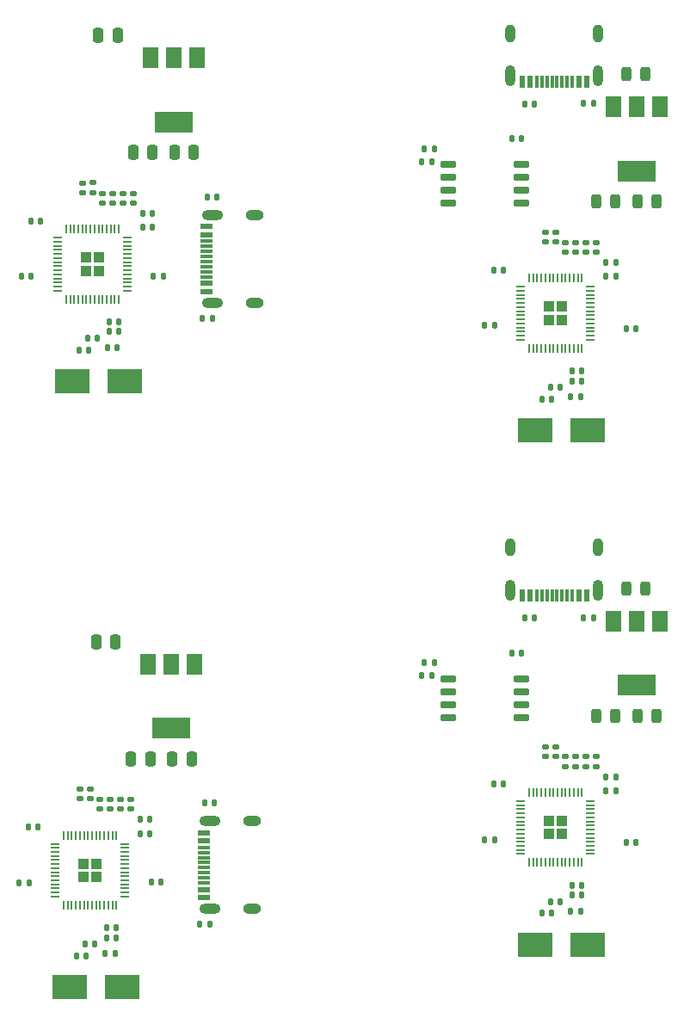
<source format=gtp>
G04 #@! TF.GenerationSoftware,KiCad,Pcbnew,7.0.5*
G04 #@! TF.CreationDate,2023-09-30T22:10:43+03:00*
G04 #@! TF.ProjectId,RP2040_minimal - Copy,52503230-3430-45f6-9d69-6e696d616c20,REV1*
G04 #@! TF.SameCoordinates,Original*
G04 #@! TF.FileFunction,Paste,Top*
G04 #@! TF.FilePolarity,Positive*
%FSLAX46Y46*%
G04 Gerber Fmt 4.6, Leading zero omitted, Abs format (unit mm)*
G04 Created by KiCad (PCBNEW 7.0.5) date 2023-09-30 22:10:43*
%MOMM*%
%LPD*%
G01*
G04 APERTURE LIST*
G04 Aperture macros list*
%AMRoundRect*
0 Rectangle with rounded corners*
0 $1 Rounding radius*
0 $2 $3 $4 $5 $6 $7 $8 $9 X,Y pos of 4 corners*
0 Add a 4 corners polygon primitive as box body*
4,1,4,$2,$3,$4,$5,$6,$7,$8,$9,$2,$3,0*
0 Add four circle primitives for the rounded corners*
1,1,$1+$1,$2,$3*
1,1,$1+$1,$4,$5*
1,1,$1+$1,$6,$7*
1,1,$1+$1,$8,$9*
0 Add four rect primitives between the rounded corners*
20,1,$1+$1,$2,$3,$4,$5,0*
20,1,$1+$1,$4,$5,$6,$7,0*
20,1,$1+$1,$6,$7,$8,$9,0*
20,1,$1+$1,$8,$9,$2,$3,0*%
G04 Aperture macros list end*
%ADD10RoundRect,0.140000X0.170000X-0.140000X0.170000X0.140000X-0.170000X0.140000X-0.170000X-0.140000X0*%
%ADD11RoundRect,0.140000X0.140000X0.170000X-0.140000X0.170000X-0.140000X-0.170000X0.140000X-0.170000X0*%
%ADD12RoundRect,0.250000X-0.250000X-0.475000X0.250000X-0.475000X0.250000X0.475000X-0.250000X0.475000X0*%
%ADD13RoundRect,0.250000X0.250000X0.475000X-0.250000X0.475000X-0.250000X-0.475000X0.250000X-0.475000X0*%
%ADD14RoundRect,0.243750X-0.243750X-0.456250X0.243750X-0.456250X0.243750X0.456250X-0.243750X0.456250X0*%
%ADD15RoundRect,0.147500X0.172500X-0.147500X0.172500X0.147500X-0.172500X0.147500X-0.172500X-0.147500X0*%
%ADD16RoundRect,0.147500X-0.147500X-0.172500X0.147500X-0.172500X0.147500X0.172500X-0.147500X0.172500X0*%
%ADD17R,3.500000X2.400000*%
%ADD18RoundRect,0.140000X-0.140000X-0.170000X0.140000X-0.170000X0.140000X0.170000X-0.140000X0.170000X0*%
%ADD19RoundRect,0.243750X0.243750X0.456250X-0.243750X0.456250X-0.243750X-0.456250X0.243750X-0.456250X0*%
%ADD20RoundRect,0.147500X0.147500X0.172500X-0.147500X0.172500X-0.147500X-0.172500X0.147500X-0.172500X0*%
%ADD21RoundRect,0.050000X-0.050000X-0.387500X0.050000X-0.387500X0.050000X0.387500X-0.050000X0.387500X0*%
%ADD22RoundRect,0.050000X-0.387500X-0.050000X0.387500X-0.050000X0.387500X0.050000X-0.387500X0.050000X0*%
%ADD23RoundRect,0.250000X-0.292217X-0.292217X0.292217X-0.292217X0.292217X0.292217X-0.292217X0.292217X0*%
%ADD24R,1.500000X2.000000*%
%ADD25R,3.800000X2.000000*%
%ADD26RoundRect,0.140000X-0.170000X0.140000X-0.170000X-0.140000X0.170000X-0.140000X0.170000X0.140000X0*%
%ADD27RoundRect,0.150000X-0.650000X-0.150000X0.650000X-0.150000X0.650000X0.150000X-0.650000X0.150000X0*%
%ADD28R,0.600000X1.150000*%
%ADD29R,0.300000X1.150000*%
%ADD30O,1.000000X2.100000*%
%ADD31O,1.000000X1.800000*%
%ADD32RoundRect,0.147500X-0.172500X0.147500X-0.172500X-0.147500X0.172500X-0.147500X0.172500X0.147500X0*%
%ADD33R,1.150000X0.600000*%
%ADD34R,1.150000X0.300000*%
%ADD35O,2.100000X1.000000*%
%ADD36O,1.800000X1.000000*%
G04 APERTURE END LIST*
D10*
X131683343Y-38701000D03*
X131683343Y-37741000D03*
D11*
X176983408Y-79497806D03*
X176023408Y-79497806D03*
D12*
X137424821Y-93353518D03*
X135524821Y-93353518D03*
D13*
X130175151Y-22221558D03*
X128275151Y-22221558D03*
D14*
X180242158Y-76637806D03*
X182117158Y-76637806D03*
D15*
X172242158Y-42528903D03*
X172242158Y-41558903D03*
D16*
X174877158Y-106787806D03*
X175847158Y-106787806D03*
D17*
X130624821Y-115863518D03*
X125424821Y-115863518D03*
D16*
X160097408Y-34598903D03*
X161067408Y-34598903D03*
D13*
X128031629Y-81849076D03*
X129931629Y-81849076D03*
D15*
X176242158Y-94137806D03*
X176242158Y-93167806D03*
D10*
X173242158Y-93132806D03*
X173242158Y-92172806D03*
D11*
X121361071Y-100063518D03*
X122321071Y-100063518D03*
D18*
X130034821Y-109973518D03*
X129074821Y-109973518D03*
X170212158Y-28928903D03*
X171172158Y-28928903D03*
D15*
X177242158Y-94137806D03*
X177242158Y-93167806D03*
X176242158Y-43528903D03*
X176242158Y-42558903D03*
D10*
X130439821Y-97368518D03*
X130439821Y-98328518D03*
D18*
X127178343Y-51996000D03*
X128138343Y-51996000D03*
D12*
X135768343Y-33726000D03*
X137668343Y-33726000D03*
D17*
X125668343Y-56236000D03*
X130868343Y-56236000D03*
D18*
X129178343Y-52906000D03*
X130138343Y-52906000D03*
D16*
X174727158Y-108347806D03*
X175697158Y-108347806D03*
D19*
X179154658Y-38553903D03*
X177279658Y-38553903D03*
D16*
X174887158Y-55188903D03*
X175857158Y-55188903D03*
D18*
X129894821Y-112533518D03*
X128934821Y-112533518D03*
D14*
X181329658Y-38528903D03*
X183204658Y-38528903D03*
D20*
X167242158Y-50728903D03*
X166272158Y-50728903D03*
D21*
X124839821Y-100891018D03*
X125239821Y-100891018D03*
X125639821Y-100891018D03*
X126039821Y-100891018D03*
X126439821Y-100891018D03*
X126839821Y-100891018D03*
X127239821Y-100891018D03*
X127639821Y-100891018D03*
X128039821Y-100891018D03*
X128439821Y-100891018D03*
X128839821Y-100891018D03*
X129239821Y-100891018D03*
X129639821Y-100891018D03*
X130039821Y-100891018D03*
D22*
X130877321Y-101728518D03*
X130877321Y-102128518D03*
X130877321Y-102528518D03*
X130877321Y-102928518D03*
X130877321Y-103328518D03*
X130877321Y-103728518D03*
X130877321Y-104128518D03*
X130877321Y-104528518D03*
X130877321Y-104928518D03*
X130877321Y-105328518D03*
X130877321Y-105728518D03*
X130877321Y-106128518D03*
X130877321Y-106528518D03*
X130877321Y-106928518D03*
D21*
X130039821Y-107766018D03*
X129639821Y-107766018D03*
X129239821Y-107766018D03*
X128839821Y-107766018D03*
X128439821Y-107766018D03*
X128039821Y-107766018D03*
X127639821Y-107766018D03*
X127239821Y-107766018D03*
X126839821Y-107766018D03*
X126439821Y-107766018D03*
X126039821Y-107766018D03*
X125639821Y-107766018D03*
X125239821Y-107766018D03*
X124839821Y-107766018D03*
D22*
X124002321Y-106928518D03*
X124002321Y-106528518D03*
X124002321Y-106128518D03*
X124002321Y-105728518D03*
X124002321Y-105328518D03*
X124002321Y-104928518D03*
X124002321Y-104528518D03*
X124002321Y-104128518D03*
X124002321Y-103728518D03*
X124002321Y-103328518D03*
X124002321Y-102928518D03*
X124002321Y-102528518D03*
X124002321Y-102128518D03*
X124002321Y-101728518D03*
D23*
X128077321Y-104966018D03*
X128077321Y-103691018D03*
X126802321Y-104966018D03*
X126802321Y-103691018D03*
D16*
X174877158Y-56178903D03*
X175847158Y-56178903D03*
D17*
X171227158Y-111667806D03*
X176427158Y-111667806D03*
D18*
X133354821Y-99333518D03*
X132394821Y-99333518D03*
D16*
X171917158Y-108567806D03*
X172887158Y-108567806D03*
D10*
X127454821Y-96318518D03*
X127454821Y-97278518D03*
D18*
X130044821Y-110973518D03*
X129084821Y-110973518D03*
D10*
X126688343Y-37696000D03*
X126688343Y-36736000D03*
D24*
X183542158Y-29228903D03*
X181242158Y-29228903D03*
D25*
X181242158Y-35528903D03*
D24*
X178942158Y-29228903D03*
D10*
X130683343Y-38701000D03*
X130683343Y-37741000D03*
D11*
X139468593Y-50052000D03*
X138508593Y-50052000D03*
D10*
X126444821Y-96363518D03*
X126444821Y-97323518D03*
D24*
X133139821Y-84033518D03*
D25*
X135439821Y-90333518D03*
D24*
X135439821Y-84033518D03*
X137739821Y-84033518D03*
D13*
X131464821Y-93358518D03*
X133364821Y-93358518D03*
D26*
X128683343Y-37741000D03*
X128683343Y-38701000D03*
D16*
X180212158Y-101637806D03*
X181182158Y-101637806D03*
X172737158Y-107437806D03*
X173707158Y-107437806D03*
D11*
X121668343Y-45916000D03*
X120708343Y-45916000D03*
D27*
X162692158Y-85507806D03*
X162692158Y-86777806D03*
X162692158Y-88047806D03*
X162692158Y-89317806D03*
X169892158Y-89317806D03*
X169892158Y-88047806D03*
X169892158Y-86777806D03*
X169892158Y-85507806D03*
D19*
X179154658Y-89162806D03*
X177279658Y-89162806D03*
D24*
X183542158Y-79837806D03*
X181242158Y-79837806D03*
D25*
X181242158Y-86137806D03*
D24*
X178942158Y-79837806D03*
D20*
X168128408Y-45258903D03*
X167158408Y-45258903D03*
D18*
X134404821Y-105513518D03*
X133444821Y-105513518D03*
D16*
X178192158Y-96537806D03*
X179162158Y-96537806D03*
D11*
X120464821Y-105543518D03*
X121424821Y-105543518D03*
D16*
X172737158Y-56828903D03*
X173707158Y-56828903D03*
X174887158Y-105797806D03*
X175857158Y-105797806D03*
D18*
X127894821Y-111623518D03*
X126934821Y-111623518D03*
D28*
X176347158Y-77337806D03*
X175547158Y-77337806D03*
D29*
X174397158Y-77337806D03*
X173397158Y-77337806D03*
X172897158Y-77337806D03*
X171897158Y-77337806D03*
D28*
X170747158Y-77337806D03*
X169947158Y-77337806D03*
X169947158Y-77337806D03*
X170747158Y-77337806D03*
D29*
X171397158Y-77337806D03*
X172397158Y-77337806D03*
X173897158Y-77337806D03*
X174897158Y-77337806D03*
D28*
X175547158Y-77337806D03*
X176347158Y-77337806D03*
D30*
X177467158Y-76762806D03*
D31*
X177467158Y-72582806D03*
D30*
X168827158Y-76762806D03*
D31*
X168827158Y-72582806D03*
D15*
X177242158Y-43528903D03*
X177242158Y-42558903D03*
D20*
X167242158Y-101337806D03*
X166272158Y-101337806D03*
D10*
X131439821Y-97368518D03*
X131439821Y-98328518D03*
D16*
X180212158Y-51028903D03*
X181182158Y-51028903D03*
D13*
X133608343Y-33731000D03*
X131708343Y-33731000D03*
D32*
X175242158Y-93167806D03*
X175242158Y-94137806D03*
D23*
X172604658Y-48891403D03*
X172604658Y-50166403D03*
X173879658Y-48891403D03*
X173879658Y-50166403D03*
D22*
X169804658Y-46928903D03*
X169804658Y-47328903D03*
X169804658Y-47728903D03*
X169804658Y-48128903D03*
X169804658Y-48528903D03*
X169804658Y-48928903D03*
X169804658Y-49328903D03*
X169804658Y-49728903D03*
X169804658Y-50128903D03*
X169804658Y-50528903D03*
X169804658Y-50928903D03*
X169804658Y-51328903D03*
X169804658Y-51728903D03*
X169804658Y-52128903D03*
D21*
X170642158Y-52966403D03*
X171042158Y-52966403D03*
X171442158Y-52966403D03*
X171842158Y-52966403D03*
X172242158Y-52966403D03*
X172642158Y-52966403D03*
X173042158Y-52966403D03*
X173442158Y-52966403D03*
X173842158Y-52966403D03*
X174242158Y-52966403D03*
X174642158Y-52966403D03*
X175042158Y-52966403D03*
X175442158Y-52966403D03*
X175842158Y-52966403D03*
D22*
X176679658Y-52128903D03*
X176679658Y-51728903D03*
X176679658Y-51328903D03*
X176679658Y-50928903D03*
X176679658Y-50528903D03*
X176679658Y-50128903D03*
X176679658Y-49728903D03*
X176679658Y-49328903D03*
X176679658Y-48928903D03*
X176679658Y-48528903D03*
X176679658Y-48128903D03*
X176679658Y-47728903D03*
X176679658Y-47328903D03*
X176679658Y-46928903D03*
D21*
X175842158Y-46091403D03*
X175442158Y-46091403D03*
X175042158Y-46091403D03*
X174642158Y-46091403D03*
X174242158Y-46091403D03*
X173842158Y-46091403D03*
X173442158Y-46091403D03*
X173042158Y-46091403D03*
X172642158Y-46091403D03*
X172242158Y-46091403D03*
X171842158Y-46091403D03*
X171442158Y-46091403D03*
X171042158Y-46091403D03*
X170642158Y-46091403D03*
D18*
X132638343Y-41096000D03*
X133598343Y-41096000D03*
X133354821Y-100723518D03*
X132394821Y-100723518D03*
D15*
X172242158Y-93137806D03*
X172242158Y-92167806D03*
D18*
X132638343Y-39706000D03*
X133598343Y-39706000D03*
D23*
X172604658Y-99500306D03*
X172604658Y-100775306D03*
X173879658Y-99500306D03*
X173879658Y-100775306D03*
D22*
X169804658Y-97537806D03*
X169804658Y-97937806D03*
X169804658Y-98337806D03*
X169804658Y-98737806D03*
X169804658Y-99137806D03*
X169804658Y-99537806D03*
X169804658Y-99937806D03*
X169804658Y-100337806D03*
X169804658Y-100737806D03*
X169804658Y-101137806D03*
X169804658Y-101537806D03*
X169804658Y-101937806D03*
X169804658Y-102337806D03*
X169804658Y-102737806D03*
D21*
X170642158Y-103575306D03*
X171042158Y-103575306D03*
X171442158Y-103575306D03*
X171842158Y-103575306D03*
X172242158Y-103575306D03*
X172642158Y-103575306D03*
X173042158Y-103575306D03*
X173442158Y-103575306D03*
X173842158Y-103575306D03*
X174242158Y-103575306D03*
X174642158Y-103575306D03*
X175042158Y-103575306D03*
X175442158Y-103575306D03*
X175842158Y-103575306D03*
D22*
X176679658Y-102737806D03*
X176679658Y-102337806D03*
X176679658Y-101937806D03*
X176679658Y-101537806D03*
X176679658Y-101137806D03*
X176679658Y-100737806D03*
X176679658Y-100337806D03*
X176679658Y-99937806D03*
X176679658Y-99537806D03*
X176679658Y-99137806D03*
X176679658Y-98737806D03*
X176679658Y-98337806D03*
X176679658Y-97937806D03*
X176679658Y-97537806D03*
D21*
X175842158Y-96700306D03*
X175442158Y-96700306D03*
X175042158Y-96700306D03*
X174642158Y-96700306D03*
X174242158Y-96700306D03*
X173842158Y-96700306D03*
X173442158Y-96700306D03*
X173042158Y-96700306D03*
X172642158Y-96700306D03*
X172242158Y-96700306D03*
X171842158Y-96700306D03*
X171442158Y-96700306D03*
X171042158Y-96700306D03*
X170642158Y-96700306D03*
D17*
X171227158Y-61058903D03*
X176427158Y-61058903D03*
D33*
X138893593Y-47408000D03*
X138893593Y-46608000D03*
D34*
X138893593Y-45458000D03*
X138893593Y-44458000D03*
X138893593Y-43958000D03*
X138893593Y-42958000D03*
D33*
X138893593Y-41808000D03*
X138893593Y-41008000D03*
X138893593Y-41008000D03*
X138893593Y-41808000D03*
D34*
X138893593Y-42458000D03*
X138893593Y-43458000D03*
X138893593Y-44958000D03*
X138893593Y-45958000D03*
D33*
X138893593Y-46608000D03*
X138893593Y-47408000D03*
D35*
X139468593Y-48528000D03*
D36*
X143648593Y-48528000D03*
D35*
X139468593Y-39888000D03*
D36*
X143648593Y-39888000D03*
D16*
X178192158Y-95137806D03*
X179162158Y-95137806D03*
D20*
X161298408Y-83937806D03*
X160328408Y-83937806D03*
D16*
X171917158Y-57958903D03*
X172887158Y-57958903D03*
D18*
X138988593Y-38114000D03*
X139948593Y-38114000D03*
D16*
X178192158Y-44528903D03*
X179162158Y-44528903D03*
D20*
X169912158Y-82967806D03*
X168942158Y-82967806D03*
D32*
X175242158Y-42558903D03*
X175242158Y-43528903D03*
D18*
X129318343Y-50346000D03*
X130278343Y-50346000D03*
D10*
X127698343Y-37651000D03*
X127698343Y-36691000D03*
D14*
X181329658Y-89137806D03*
X183204658Y-89137806D03*
D36*
X143405071Y-99515518D03*
D35*
X139225071Y-99515518D03*
D36*
X143405071Y-108155518D03*
D35*
X139225071Y-108155518D03*
D33*
X138650071Y-107035518D03*
X138650071Y-106235518D03*
D34*
X138650071Y-105585518D03*
X138650071Y-104585518D03*
X138650071Y-103085518D03*
X138650071Y-102085518D03*
D33*
X138650071Y-101435518D03*
X138650071Y-100635518D03*
X138650071Y-100635518D03*
X138650071Y-101435518D03*
D34*
X138650071Y-102585518D03*
X138650071Y-103585518D03*
X138650071Y-104085518D03*
X138650071Y-105085518D03*
D33*
X138650071Y-106235518D03*
X138650071Y-107035518D03*
D26*
X129678343Y-37746000D03*
X129678343Y-38706000D03*
D14*
X180242158Y-26028903D03*
X182117158Y-26028903D03*
D20*
X169912158Y-32358903D03*
X168942158Y-32358903D03*
D32*
X174242158Y-93167806D03*
X174242158Y-94137806D03*
D11*
X138265071Y-109679518D03*
X139225071Y-109679518D03*
D26*
X128439821Y-98328518D03*
X128439821Y-97368518D03*
D28*
X176347158Y-26728903D03*
X175547158Y-26728903D03*
D29*
X174397158Y-26728903D03*
X173397158Y-26728903D03*
X172897158Y-26728903D03*
X171897158Y-26728903D03*
D28*
X170747158Y-26728903D03*
X169947158Y-26728903D03*
X169947158Y-26728903D03*
X170747158Y-26728903D03*
D29*
X171397158Y-26728903D03*
X172397158Y-26728903D03*
X173897158Y-26728903D03*
X174897158Y-26728903D03*
D28*
X175547158Y-26728903D03*
X176347158Y-26728903D03*
D30*
X177467158Y-26153903D03*
D31*
X177467158Y-21973903D03*
D30*
X168827158Y-26153903D03*
D31*
X168827158Y-21973903D03*
D18*
X129328343Y-51346000D03*
X130288343Y-51346000D03*
X127084821Y-112763518D03*
X126124821Y-112763518D03*
X133688343Y-45886000D03*
X134648343Y-45886000D03*
D23*
X127045843Y-44063500D03*
X127045843Y-45338500D03*
X128320843Y-44063500D03*
X128320843Y-45338500D03*
D22*
X124245843Y-42101000D03*
X124245843Y-42501000D03*
X124245843Y-42901000D03*
X124245843Y-43301000D03*
X124245843Y-43701000D03*
X124245843Y-44101000D03*
X124245843Y-44501000D03*
X124245843Y-44901000D03*
X124245843Y-45301000D03*
X124245843Y-45701000D03*
X124245843Y-46101000D03*
X124245843Y-46501000D03*
X124245843Y-46901000D03*
X124245843Y-47301000D03*
D21*
X125083343Y-48138500D03*
X125483343Y-48138500D03*
X125883343Y-48138500D03*
X126283343Y-48138500D03*
X126683343Y-48138500D03*
X127083343Y-48138500D03*
X127483343Y-48138500D03*
X127883343Y-48138500D03*
X128283343Y-48138500D03*
X128683343Y-48138500D03*
X129083343Y-48138500D03*
X129483343Y-48138500D03*
X129883343Y-48138500D03*
X130283343Y-48138500D03*
D22*
X131120843Y-47301000D03*
X131120843Y-46901000D03*
X131120843Y-46501000D03*
X131120843Y-46101000D03*
X131120843Y-45701000D03*
X131120843Y-45301000D03*
X131120843Y-44901000D03*
X131120843Y-44501000D03*
X131120843Y-44101000D03*
X131120843Y-43701000D03*
X131120843Y-43301000D03*
X131120843Y-42901000D03*
X131120843Y-42501000D03*
X131120843Y-42101000D03*
D21*
X130283343Y-41263500D03*
X129883343Y-41263500D03*
X129483343Y-41263500D03*
X129083343Y-41263500D03*
X128683343Y-41263500D03*
X128283343Y-41263500D03*
X127883343Y-41263500D03*
X127483343Y-41263500D03*
X127083343Y-41263500D03*
X126683343Y-41263500D03*
X126283343Y-41263500D03*
X125883343Y-41263500D03*
X125483343Y-41263500D03*
X125083343Y-41263500D03*
D16*
X160097408Y-85207806D03*
X161067408Y-85207806D03*
D18*
X139705071Y-97741518D03*
X138745071Y-97741518D03*
D20*
X168128408Y-95867806D03*
X167158408Y-95867806D03*
D32*
X174242158Y-42558903D03*
X174242158Y-43528903D03*
D27*
X162692158Y-34898903D03*
X162692158Y-36168903D03*
X162692158Y-37438903D03*
X162692158Y-38708903D03*
X169892158Y-38708903D03*
X169892158Y-37438903D03*
X169892158Y-36168903D03*
X169892158Y-34898903D03*
D24*
X137983343Y-24406000D03*
X135683343Y-24406000D03*
D25*
X135683343Y-30706000D03*
D24*
X133383343Y-24406000D03*
D20*
X161298408Y-33328903D03*
X160328408Y-33328903D03*
D16*
X178192158Y-45928903D03*
X179162158Y-45928903D03*
D11*
X176983408Y-28888903D03*
X176023408Y-28888903D03*
D10*
X173242158Y-42523903D03*
X173242158Y-41563903D03*
D26*
X129434821Y-98333518D03*
X129434821Y-97373518D03*
D18*
X126368343Y-53136000D03*
X127328343Y-53136000D03*
X170212158Y-79537806D03*
X171172158Y-79537806D03*
D16*
X174727158Y-57738903D03*
X175697158Y-57738903D03*
D11*
X122564593Y-40436000D03*
X121604593Y-40436000D03*
M02*

</source>
